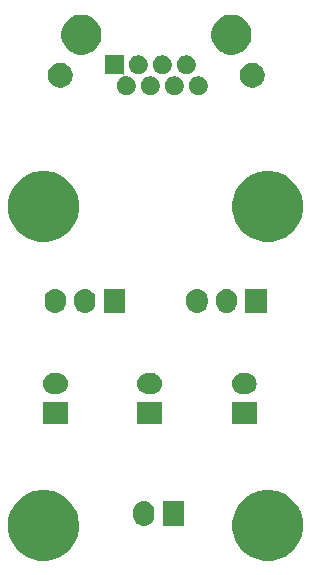
<source format=gbs>
G04 #@! TF.GenerationSoftware,KiCad,Pcbnew,6.0.0-rc1-unknown-73a0cbf~66~ubuntu18.04.1*
G04 #@! TF.CreationDate,2019-02-12T22:26:01+01:00
G04 #@! TF.ProjectId,wcube-head-pcb,77637562-652d-4686-9561-642d7063622e,rev?*
G04 #@! TF.SameCoordinates,Original*
G04 #@! TF.FileFunction,Soldermask,Bot*
G04 #@! TF.FilePolarity,Negative*
%FSLAX46Y46*%
G04 Gerber Fmt 4.6, Leading zero omitted, Abs format (unit mm)*
G04 Created by KiCad (PCBNEW 6.0.0-rc1-unknown-73a0cbf~66~ubuntu18.04.1) date 2019-02-12 22:26:01*
%MOMM*%
%LPD*%
G04 APERTURE LIST*
%ADD10C,0.100000*%
G04 APERTURE END LIST*
D10*
G36*
X187681870Y-94076859D02*
G01*
X187875068Y-94115288D01*
X188421033Y-94341434D01*
X188668378Y-94506705D01*
X188912388Y-94669747D01*
X189330253Y-95087612D01*
X189336674Y-95097222D01*
X189608163Y-95503533D01*
X189658567Y-95578969D01*
X189724803Y-95738878D01*
X189884712Y-96124932D01*
X189898502Y-96194258D01*
X189958615Y-96496466D01*
X190000000Y-96704526D01*
X190000000Y-97295474D01*
X189884712Y-97875068D01*
X189658566Y-98421033D01*
X189330252Y-98912389D01*
X188912389Y-99330252D01*
X188421033Y-99658566D01*
X187875068Y-99884712D01*
X187681870Y-99923141D01*
X187295476Y-100000000D01*
X186704524Y-100000000D01*
X186318130Y-99923141D01*
X186124932Y-99884712D01*
X185578967Y-99658566D01*
X185087611Y-99330252D01*
X184669748Y-98912389D01*
X184341434Y-98421033D01*
X184115288Y-97875068D01*
X184000000Y-97295474D01*
X184000000Y-96704526D01*
X184041386Y-96496466D01*
X184101498Y-96194258D01*
X184115288Y-96124932D01*
X184275197Y-95738878D01*
X184341433Y-95578969D01*
X184391838Y-95503533D01*
X184663326Y-95097222D01*
X184669747Y-95087612D01*
X185087612Y-94669747D01*
X185331622Y-94506705D01*
X185578967Y-94341434D01*
X186124932Y-94115288D01*
X186318130Y-94076859D01*
X186704524Y-94000000D01*
X187295476Y-94000000D01*
X187681870Y-94076859D01*
X187681870Y-94076859D01*
G37*
G36*
X168681870Y-94076859D02*
G01*
X168875068Y-94115288D01*
X169421033Y-94341434D01*
X169668378Y-94506705D01*
X169912388Y-94669747D01*
X170330253Y-95087612D01*
X170336674Y-95097222D01*
X170608163Y-95503533D01*
X170658567Y-95578969D01*
X170724803Y-95738878D01*
X170884712Y-96124932D01*
X170898502Y-96194258D01*
X170958615Y-96496466D01*
X171000000Y-96704526D01*
X171000000Y-97295474D01*
X170884712Y-97875068D01*
X170658566Y-98421033D01*
X170330252Y-98912389D01*
X169912389Y-99330252D01*
X169421033Y-99658566D01*
X168875068Y-99884712D01*
X168681870Y-99923141D01*
X168295476Y-100000000D01*
X167704524Y-100000000D01*
X167318130Y-99923141D01*
X167124932Y-99884712D01*
X166578967Y-99658566D01*
X166087611Y-99330252D01*
X165669748Y-98912389D01*
X165341434Y-98421033D01*
X165115288Y-97875068D01*
X165000000Y-97295474D01*
X165000000Y-96704526D01*
X165041386Y-96496466D01*
X165101498Y-96194258D01*
X165115288Y-96124932D01*
X165275197Y-95738878D01*
X165341433Y-95578969D01*
X165391838Y-95503533D01*
X165663326Y-95097222D01*
X165669747Y-95087612D01*
X166087612Y-94669747D01*
X166331622Y-94506705D01*
X166578967Y-94341434D01*
X167124932Y-94115288D01*
X167318130Y-94076859D01*
X167704524Y-94000000D01*
X168295476Y-94000000D01*
X168681870Y-94076859D01*
X168681870Y-94076859D01*
G37*
G36*
X176676627Y-94962037D02*
G01*
X176846466Y-95013557D01*
X177002991Y-95097222D01*
X177038729Y-95126552D01*
X177140186Y-95209814D01*
X177223448Y-95311271D01*
X177252778Y-95347009D01*
X177336443Y-95503534D01*
X177387963Y-95673374D01*
X177401000Y-95805743D01*
X177401000Y-96194258D01*
X177387963Y-96326627D01*
X177336443Y-96496466D01*
X177252778Y-96652991D01*
X177223448Y-96688729D01*
X177140186Y-96790186D01*
X177002989Y-96902779D01*
X176846467Y-96986442D01*
X176846465Y-96986443D01*
X176676626Y-97037963D01*
X176500000Y-97055359D01*
X176323373Y-97037963D01*
X176153534Y-96986443D01*
X175997009Y-96902778D01*
X175961271Y-96873448D01*
X175859814Y-96790186D01*
X175747221Y-96652989D01*
X175663558Y-96496467D01*
X175663557Y-96496465D01*
X175612037Y-96326626D01*
X175599000Y-96194257D01*
X175599000Y-95805742D01*
X175612037Y-95673373D01*
X175663557Y-95503534D01*
X175747222Y-95347009D01*
X175859815Y-95209815D01*
X175997010Y-95097222D01*
X176153535Y-95013557D01*
X176323374Y-94962037D01*
X176500000Y-94944641D01*
X176676627Y-94962037D01*
X176676627Y-94962037D01*
G37*
G36*
X179901000Y-97051000D02*
G01*
X178099000Y-97051000D01*
X178099000Y-94949000D01*
X179901000Y-94949000D01*
X179901000Y-97051000D01*
X179901000Y-97051000D01*
G37*
G36*
X178051000Y-88401000D02*
G01*
X175949000Y-88401000D01*
X175949000Y-86599000D01*
X178051000Y-86599000D01*
X178051000Y-88401000D01*
X178051000Y-88401000D01*
G37*
G36*
X186051000Y-88401000D02*
G01*
X183949000Y-88401000D01*
X183949000Y-86599000D01*
X186051000Y-86599000D01*
X186051000Y-88401000D01*
X186051000Y-88401000D01*
G37*
G36*
X170051000Y-88401000D02*
G01*
X167949000Y-88401000D01*
X167949000Y-86599000D01*
X170051000Y-86599000D01*
X170051000Y-88401000D01*
X170051000Y-88401000D01*
G37*
G36*
X169260443Y-84105519D02*
G01*
X169326627Y-84112037D01*
X169496466Y-84163557D01*
X169652991Y-84247222D01*
X169688729Y-84276552D01*
X169790186Y-84359814D01*
X169873448Y-84461271D01*
X169902778Y-84497009D01*
X169986443Y-84653534D01*
X170037963Y-84823373D01*
X170055359Y-85000000D01*
X170037963Y-85176627D01*
X169986443Y-85346466D01*
X169902778Y-85502991D01*
X169873448Y-85538729D01*
X169790186Y-85640186D01*
X169688729Y-85723448D01*
X169652991Y-85752778D01*
X169496466Y-85836443D01*
X169326627Y-85887963D01*
X169260443Y-85894481D01*
X169194260Y-85901000D01*
X168805740Y-85901000D01*
X168739557Y-85894481D01*
X168673373Y-85887963D01*
X168503534Y-85836443D01*
X168347009Y-85752778D01*
X168311271Y-85723448D01*
X168209814Y-85640186D01*
X168126552Y-85538729D01*
X168097222Y-85502991D01*
X168013557Y-85346466D01*
X167962037Y-85176627D01*
X167944641Y-85000000D01*
X167962037Y-84823373D01*
X168013557Y-84653534D01*
X168097222Y-84497009D01*
X168126552Y-84461271D01*
X168209814Y-84359814D01*
X168311271Y-84276552D01*
X168347009Y-84247222D01*
X168503534Y-84163557D01*
X168673373Y-84112037D01*
X168739557Y-84105519D01*
X168805740Y-84099000D01*
X169194260Y-84099000D01*
X169260443Y-84105519D01*
X169260443Y-84105519D01*
G37*
G36*
X177260443Y-84105519D02*
G01*
X177326627Y-84112037D01*
X177496466Y-84163557D01*
X177652991Y-84247222D01*
X177688729Y-84276552D01*
X177790186Y-84359814D01*
X177873448Y-84461271D01*
X177902778Y-84497009D01*
X177986443Y-84653534D01*
X178037963Y-84823373D01*
X178055359Y-85000000D01*
X178037963Y-85176627D01*
X177986443Y-85346466D01*
X177902778Y-85502991D01*
X177873448Y-85538729D01*
X177790186Y-85640186D01*
X177688729Y-85723448D01*
X177652991Y-85752778D01*
X177496466Y-85836443D01*
X177326627Y-85887963D01*
X177260443Y-85894481D01*
X177194260Y-85901000D01*
X176805740Y-85901000D01*
X176739557Y-85894481D01*
X176673373Y-85887963D01*
X176503534Y-85836443D01*
X176347009Y-85752778D01*
X176311271Y-85723448D01*
X176209814Y-85640186D01*
X176126552Y-85538729D01*
X176097222Y-85502991D01*
X176013557Y-85346466D01*
X175962037Y-85176627D01*
X175944641Y-85000000D01*
X175962037Y-84823373D01*
X176013557Y-84653534D01*
X176097222Y-84497009D01*
X176126552Y-84461271D01*
X176209814Y-84359814D01*
X176311271Y-84276552D01*
X176347009Y-84247222D01*
X176503534Y-84163557D01*
X176673373Y-84112037D01*
X176739557Y-84105519D01*
X176805740Y-84099000D01*
X177194260Y-84099000D01*
X177260443Y-84105519D01*
X177260443Y-84105519D01*
G37*
G36*
X185260443Y-84105519D02*
G01*
X185326627Y-84112037D01*
X185496466Y-84163557D01*
X185652991Y-84247222D01*
X185688729Y-84276552D01*
X185790186Y-84359814D01*
X185873448Y-84461271D01*
X185902778Y-84497009D01*
X185986443Y-84653534D01*
X186037963Y-84823373D01*
X186055359Y-85000000D01*
X186037963Y-85176627D01*
X185986443Y-85346466D01*
X185902778Y-85502991D01*
X185873448Y-85538729D01*
X185790186Y-85640186D01*
X185688729Y-85723448D01*
X185652991Y-85752778D01*
X185496466Y-85836443D01*
X185326627Y-85887963D01*
X185260443Y-85894481D01*
X185194260Y-85901000D01*
X184805740Y-85901000D01*
X184739557Y-85894481D01*
X184673373Y-85887963D01*
X184503534Y-85836443D01*
X184347009Y-85752778D01*
X184311271Y-85723448D01*
X184209814Y-85640186D01*
X184126552Y-85538729D01*
X184097222Y-85502991D01*
X184013557Y-85346466D01*
X183962037Y-85176627D01*
X183944641Y-85000000D01*
X183962037Y-84823373D01*
X184013557Y-84653534D01*
X184097222Y-84497009D01*
X184126552Y-84461271D01*
X184209814Y-84359814D01*
X184311271Y-84276552D01*
X184347009Y-84247222D01*
X184503534Y-84163557D01*
X184673373Y-84112037D01*
X184739557Y-84105519D01*
X184805740Y-84099000D01*
X185194260Y-84099000D01*
X185260443Y-84105519D01*
X185260443Y-84105519D01*
G37*
G36*
X183676627Y-76987037D02*
G01*
X183846466Y-77038557D01*
X184002991Y-77122222D01*
X184038729Y-77151552D01*
X184140186Y-77234814D01*
X184223448Y-77336271D01*
X184252778Y-77372009D01*
X184336443Y-77528534D01*
X184387963Y-77698374D01*
X184401000Y-77830743D01*
X184401000Y-78169258D01*
X184387963Y-78301627D01*
X184336443Y-78471466D01*
X184252778Y-78627991D01*
X184223448Y-78663729D01*
X184140186Y-78765186D01*
X184002989Y-78877779D01*
X183846467Y-78961442D01*
X183846465Y-78961443D01*
X183676626Y-79012963D01*
X183500000Y-79030359D01*
X183323373Y-79012963D01*
X183153534Y-78961443D01*
X182997009Y-78877778D01*
X182961271Y-78848448D01*
X182859814Y-78765186D01*
X182747221Y-78627989D01*
X182663558Y-78471467D01*
X182663557Y-78471465D01*
X182612037Y-78301626D01*
X182599000Y-78169257D01*
X182599000Y-77830742D01*
X182612037Y-77698373D01*
X182663557Y-77528534D01*
X182747222Y-77372009D01*
X182859815Y-77234815D01*
X182997010Y-77122222D01*
X183153535Y-77038557D01*
X183323374Y-76987037D01*
X183500000Y-76969641D01*
X183676627Y-76987037D01*
X183676627Y-76987037D01*
G37*
G36*
X181176627Y-76987037D02*
G01*
X181346466Y-77038557D01*
X181502991Y-77122222D01*
X181538729Y-77151552D01*
X181640186Y-77234814D01*
X181723448Y-77336271D01*
X181752778Y-77372009D01*
X181836443Y-77528534D01*
X181887963Y-77698374D01*
X181901000Y-77830743D01*
X181901000Y-78169258D01*
X181887963Y-78301627D01*
X181836443Y-78471466D01*
X181752778Y-78627991D01*
X181723448Y-78663729D01*
X181640186Y-78765186D01*
X181502989Y-78877779D01*
X181346467Y-78961442D01*
X181346465Y-78961443D01*
X181176626Y-79012963D01*
X181000000Y-79030359D01*
X180823373Y-79012963D01*
X180653534Y-78961443D01*
X180497009Y-78877778D01*
X180461271Y-78848448D01*
X180359814Y-78765186D01*
X180247221Y-78627989D01*
X180163558Y-78471467D01*
X180163557Y-78471465D01*
X180112037Y-78301626D01*
X180099000Y-78169257D01*
X180099000Y-77830742D01*
X180112037Y-77698373D01*
X180163557Y-77528534D01*
X180247222Y-77372009D01*
X180359815Y-77234815D01*
X180497010Y-77122222D01*
X180653535Y-77038557D01*
X180823374Y-76987037D01*
X181000000Y-76969641D01*
X181176627Y-76987037D01*
X181176627Y-76987037D01*
G37*
G36*
X171676627Y-76987037D02*
G01*
X171846466Y-77038557D01*
X172002991Y-77122222D01*
X172038729Y-77151552D01*
X172140186Y-77234814D01*
X172223448Y-77336271D01*
X172252778Y-77372009D01*
X172336443Y-77528534D01*
X172387963Y-77698374D01*
X172401000Y-77830743D01*
X172401000Y-78169258D01*
X172387963Y-78301627D01*
X172336443Y-78471466D01*
X172252778Y-78627991D01*
X172223448Y-78663729D01*
X172140186Y-78765186D01*
X172002989Y-78877779D01*
X171846467Y-78961442D01*
X171846465Y-78961443D01*
X171676626Y-79012963D01*
X171500000Y-79030359D01*
X171323373Y-79012963D01*
X171153534Y-78961443D01*
X170997009Y-78877778D01*
X170961271Y-78848448D01*
X170859814Y-78765186D01*
X170747221Y-78627989D01*
X170663558Y-78471467D01*
X170663557Y-78471465D01*
X170612037Y-78301626D01*
X170599000Y-78169257D01*
X170599000Y-77830742D01*
X170612037Y-77698373D01*
X170663557Y-77528534D01*
X170747222Y-77372009D01*
X170859815Y-77234815D01*
X170997010Y-77122222D01*
X171153535Y-77038557D01*
X171323374Y-76987037D01*
X171500000Y-76969641D01*
X171676627Y-76987037D01*
X171676627Y-76987037D01*
G37*
G36*
X169176627Y-76987037D02*
G01*
X169346466Y-77038557D01*
X169502991Y-77122222D01*
X169538729Y-77151552D01*
X169640186Y-77234814D01*
X169723448Y-77336271D01*
X169752778Y-77372009D01*
X169836443Y-77528534D01*
X169887963Y-77698374D01*
X169901000Y-77830743D01*
X169901000Y-78169258D01*
X169887963Y-78301627D01*
X169836443Y-78471466D01*
X169752778Y-78627991D01*
X169723448Y-78663729D01*
X169640186Y-78765186D01*
X169502989Y-78877779D01*
X169346467Y-78961442D01*
X169346465Y-78961443D01*
X169176626Y-79012963D01*
X169000000Y-79030359D01*
X168823373Y-79012963D01*
X168653534Y-78961443D01*
X168497009Y-78877778D01*
X168461271Y-78848448D01*
X168359814Y-78765186D01*
X168247221Y-78627989D01*
X168163558Y-78471467D01*
X168163557Y-78471465D01*
X168112037Y-78301626D01*
X168099000Y-78169257D01*
X168099000Y-77830742D01*
X168112037Y-77698373D01*
X168163557Y-77528534D01*
X168247222Y-77372009D01*
X168359815Y-77234815D01*
X168497010Y-77122222D01*
X168653535Y-77038557D01*
X168823374Y-76987037D01*
X169000000Y-76969641D01*
X169176627Y-76987037D01*
X169176627Y-76987037D01*
G37*
G36*
X174901000Y-79026000D02*
G01*
X173099000Y-79026000D01*
X173099000Y-76974000D01*
X174901000Y-76974000D01*
X174901000Y-79026000D01*
X174901000Y-79026000D01*
G37*
G36*
X186901000Y-79026000D02*
G01*
X185099000Y-79026000D01*
X185099000Y-76974000D01*
X186901000Y-76974000D01*
X186901000Y-79026000D01*
X186901000Y-79026000D01*
G37*
G36*
X187681870Y-67076859D02*
G01*
X187875068Y-67115288D01*
X188421033Y-67341434D01*
X188912389Y-67669748D01*
X189330252Y-68087611D01*
X189658566Y-68578967D01*
X189884712Y-69124932D01*
X190000000Y-69704526D01*
X190000000Y-70295474D01*
X189884712Y-70875068D01*
X189658566Y-71421033D01*
X189330252Y-71912389D01*
X188912389Y-72330252D01*
X188421033Y-72658566D01*
X187875068Y-72884712D01*
X187681870Y-72923141D01*
X187295476Y-73000000D01*
X186704524Y-73000000D01*
X186318130Y-72923141D01*
X186124932Y-72884712D01*
X185578967Y-72658566D01*
X185087611Y-72330252D01*
X184669748Y-71912389D01*
X184341434Y-71421033D01*
X184115288Y-70875068D01*
X184000000Y-70295474D01*
X184000000Y-69704526D01*
X184115288Y-69124932D01*
X184341434Y-68578967D01*
X184669748Y-68087611D01*
X185087611Y-67669748D01*
X185578967Y-67341434D01*
X186124932Y-67115288D01*
X186318130Y-67076859D01*
X186704524Y-67000000D01*
X187295476Y-67000000D01*
X187681870Y-67076859D01*
X187681870Y-67076859D01*
G37*
G36*
X168681870Y-67076859D02*
G01*
X168875068Y-67115288D01*
X169421033Y-67341434D01*
X169912389Y-67669748D01*
X170330252Y-68087611D01*
X170658566Y-68578967D01*
X170884712Y-69124932D01*
X171000000Y-69704526D01*
X171000000Y-70295474D01*
X170884712Y-70875068D01*
X170658566Y-71421033D01*
X170330252Y-71912389D01*
X169912389Y-72330252D01*
X169421033Y-72658566D01*
X168875068Y-72884712D01*
X168681870Y-72923141D01*
X168295476Y-73000000D01*
X167704524Y-73000000D01*
X167318130Y-72923141D01*
X167124932Y-72884712D01*
X166578967Y-72658566D01*
X166087611Y-72330252D01*
X165669748Y-71912389D01*
X165341434Y-71421033D01*
X165115288Y-70875068D01*
X165000000Y-70295474D01*
X165000000Y-69704526D01*
X165115288Y-69124932D01*
X165341434Y-68578967D01*
X165669748Y-68087611D01*
X166087611Y-67669748D01*
X166578967Y-67341434D01*
X167124932Y-67115288D01*
X167318130Y-67076859D01*
X167704524Y-67000000D01*
X168295476Y-67000000D01*
X168681870Y-67076859D01*
X168681870Y-67076859D01*
G37*
G36*
X174801000Y-58854558D02*
G01*
X174803402Y-58878944D01*
X174810515Y-58902393D01*
X174822066Y-58924004D01*
X174837611Y-58942946D01*
X174856553Y-58958491D01*
X174878164Y-58970042D01*
X174901613Y-58977155D01*
X174925999Y-58979557D01*
X174931649Y-58979000D01*
X175098893Y-58979000D01*
X175253642Y-59009781D01*
X175399414Y-59070162D01*
X175399416Y-59070163D01*
X175530608Y-59157822D01*
X175642178Y-59269392D01*
X175721317Y-59387833D01*
X175729838Y-59400586D01*
X175790219Y-59546358D01*
X175821000Y-59701107D01*
X175821000Y-59858893D01*
X175790219Y-60013642D01*
X175729838Y-60159414D01*
X175729837Y-60159416D01*
X175642178Y-60290608D01*
X175530608Y-60402178D01*
X175399416Y-60489837D01*
X175399415Y-60489838D01*
X175399414Y-60489838D01*
X175253642Y-60550219D01*
X175098893Y-60581000D01*
X174941107Y-60581000D01*
X174786358Y-60550219D01*
X174640586Y-60489838D01*
X174640585Y-60489838D01*
X174640584Y-60489837D01*
X174509392Y-60402178D01*
X174397822Y-60290608D01*
X174310163Y-60159416D01*
X174310162Y-60159414D01*
X174249781Y-60013642D01*
X174219000Y-59858893D01*
X174219000Y-59701107D01*
X174249781Y-59546358D01*
X174310162Y-59400586D01*
X174318683Y-59387833D01*
X174397822Y-59269392D01*
X174509392Y-59157822D01*
X174640584Y-59070163D01*
X174640586Y-59070162D01*
X174709823Y-59041483D01*
X174731434Y-59029932D01*
X174750376Y-59014387D01*
X174765921Y-58995445D01*
X174777472Y-58973834D01*
X174784585Y-58950385D01*
X174786987Y-58925999D01*
X174784585Y-58901613D01*
X174777472Y-58878164D01*
X174765921Y-58856553D01*
X174750376Y-58837611D01*
X174731434Y-58822066D01*
X174709823Y-58810515D01*
X174686374Y-58803402D01*
X174661988Y-58801000D01*
X173199000Y-58801000D01*
X173199000Y-57199000D01*
X174801000Y-57199000D01*
X174801000Y-58854558D01*
X174801000Y-58854558D01*
G37*
G36*
X181343642Y-59009781D02*
G01*
X181489414Y-59070162D01*
X181489416Y-59070163D01*
X181620608Y-59157822D01*
X181732178Y-59269392D01*
X181811317Y-59387833D01*
X181819838Y-59400586D01*
X181880219Y-59546358D01*
X181911000Y-59701107D01*
X181911000Y-59858893D01*
X181880219Y-60013642D01*
X181819838Y-60159414D01*
X181819837Y-60159416D01*
X181732178Y-60290608D01*
X181620608Y-60402178D01*
X181489416Y-60489837D01*
X181489415Y-60489838D01*
X181489414Y-60489838D01*
X181343642Y-60550219D01*
X181188893Y-60581000D01*
X181031107Y-60581000D01*
X180876358Y-60550219D01*
X180730586Y-60489838D01*
X180730585Y-60489838D01*
X180730584Y-60489837D01*
X180599392Y-60402178D01*
X180487822Y-60290608D01*
X180400163Y-60159416D01*
X180400162Y-60159414D01*
X180339781Y-60013642D01*
X180309000Y-59858893D01*
X180309000Y-59701107D01*
X180339781Y-59546358D01*
X180400162Y-59400586D01*
X180408683Y-59387833D01*
X180487822Y-59269392D01*
X180599392Y-59157822D01*
X180730584Y-59070163D01*
X180730586Y-59070162D01*
X180876358Y-59009781D01*
X181031107Y-58979000D01*
X181188893Y-58979000D01*
X181343642Y-59009781D01*
X181343642Y-59009781D01*
G37*
G36*
X179313642Y-59009781D02*
G01*
X179459414Y-59070162D01*
X179459416Y-59070163D01*
X179590608Y-59157822D01*
X179702178Y-59269392D01*
X179781317Y-59387833D01*
X179789838Y-59400586D01*
X179850219Y-59546358D01*
X179881000Y-59701107D01*
X179881000Y-59858893D01*
X179850219Y-60013642D01*
X179789838Y-60159414D01*
X179789837Y-60159416D01*
X179702178Y-60290608D01*
X179590608Y-60402178D01*
X179459416Y-60489837D01*
X179459415Y-60489838D01*
X179459414Y-60489838D01*
X179313642Y-60550219D01*
X179158893Y-60581000D01*
X179001107Y-60581000D01*
X178846358Y-60550219D01*
X178700586Y-60489838D01*
X178700585Y-60489838D01*
X178700584Y-60489837D01*
X178569392Y-60402178D01*
X178457822Y-60290608D01*
X178370163Y-60159416D01*
X178370162Y-60159414D01*
X178309781Y-60013642D01*
X178279000Y-59858893D01*
X178279000Y-59701107D01*
X178309781Y-59546358D01*
X178370162Y-59400586D01*
X178378683Y-59387833D01*
X178457822Y-59269392D01*
X178569392Y-59157822D01*
X178700584Y-59070163D01*
X178700586Y-59070162D01*
X178846358Y-59009781D01*
X179001107Y-58979000D01*
X179158893Y-58979000D01*
X179313642Y-59009781D01*
X179313642Y-59009781D01*
G37*
G36*
X177283642Y-59009781D02*
G01*
X177429414Y-59070162D01*
X177429416Y-59070163D01*
X177560608Y-59157822D01*
X177672178Y-59269392D01*
X177751317Y-59387833D01*
X177759838Y-59400586D01*
X177820219Y-59546358D01*
X177851000Y-59701107D01*
X177851000Y-59858893D01*
X177820219Y-60013642D01*
X177759838Y-60159414D01*
X177759837Y-60159416D01*
X177672178Y-60290608D01*
X177560608Y-60402178D01*
X177429416Y-60489837D01*
X177429415Y-60489838D01*
X177429414Y-60489838D01*
X177283642Y-60550219D01*
X177128893Y-60581000D01*
X176971107Y-60581000D01*
X176816358Y-60550219D01*
X176670586Y-60489838D01*
X176670585Y-60489838D01*
X176670584Y-60489837D01*
X176539392Y-60402178D01*
X176427822Y-60290608D01*
X176340163Y-60159416D01*
X176340162Y-60159414D01*
X176279781Y-60013642D01*
X176249000Y-59858893D01*
X176249000Y-59701107D01*
X176279781Y-59546358D01*
X176340162Y-59400586D01*
X176348683Y-59387833D01*
X176427822Y-59269392D01*
X176539392Y-59157822D01*
X176670584Y-59070163D01*
X176670586Y-59070162D01*
X176816358Y-59009781D01*
X176971107Y-58979000D01*
X177128893Y-58979000D01*
X177283642Y-59009781D01*
X177283642Y-59009781D01*
G37*
G36*
X169736564Y-57879389D02*
G01*
X169927833Y-57958615D01*
X169927835Y-57958616D01*
X170099973Y-58073635D01*
X170246365Y-58220027D01*
X170361385Y-58392167D01*
X170440611Y-58583436D01*
X170481000Y-58786484D01*
X170481000Y-58993516D01*
X170440611Y-59196564D01*
X170410444Y-59269393D01*
X170361384Y-59387835D01*
X170246365Y-59559973D01*
X170099973Y-59706365D01*
X169927835Y-59821384D01*
X169927834Y-59821385D01*
X169927833Y-59821385D01*
X169736564Y-59900611D01*
X169533516Y-59941000D01*
X169326484Y-59941000D01*
X169123436Y-59900611D01*
X168932167Y-59821385D01*
X168932166Y-59821385D01*
X168932165Y-59821384D01*
X168760027Y-59706365D01*
X168613635Y-59559973D01*
X168498616Y-59387835D01*
X168449556Y-59269393D01*
X168419389Y-59196564D01*
X168379000Y-58993516D01*
X168379000Y-58786484D01*
X168419389Y-58583436D01*
X168498615Y-58392167D01*
X168613635Y-58220027D01*
X168760027Y-58073635D01*
X168932165Y-57958616D01*
X168932167Y-57958615D01*
X169123436Y-57879389D01*
X169326484Y-57839000D01*
X169533516Y-57839000D01*
X169736564Y-57879389D01*
X169736564Y-57879389D01*
G37*
G36*
X185986564Y-57879389D02*
G01*
X186177833Y-57958615D01*
X186177835Y-57958616D01*
X186349973Y-58073635D01*
X186496365Y-58220027D01*
X186611385Y-58392167D01*
X186690611Y-58583436D01*
X186731000Y-58786484D01*
X186731000Y-58993516D01*
X186690611Y-59196564D01*
X186660444Y-59269393D01*
X186611384Y-59387835D01*
X186496365Y-59559973D01*
X186349973Y-59706365D01*
X186177835Y-59821384D01*
X186177834Y-59821385D01*
X186177833Y-59821385D01*
X185986564Y-59900611D01*
X185783516Y-59941000D01*
X185576484Y-59941000D01*
X185373436Y-59900611D01*
X185182167Y-59821385D01*
X185182166Y-59821385D01*
X185182165Y-59821384D01*
X185010027Y-59706365D01*
X184863635Y-59559973D01*
X184748616Y-59387835D01*
X184699556Y-59269393D01*
X184669389Y-59196564D01*
X184629000Y-58993516D01*
X184629000Y-58786484D01*
X184669389Y-58583436D01*
X184748615Y-58392167D01*
X184863635Y-58220027D01*
X185010027Y-58073635D01*
X185182165Y-57958616D01*
X185182167Y-57958615D01*
X185373436Y-57879389D01*
X185576484Y-57839000D01*
X185783516Y-57839000D01*
X185986564Y-57879389D01*
X185986564Y-57879389D01*
G37*
G36*
X180333642Y-57229781D02*
G01*
X180479414Y-57290162D01*
X180479416Y-57290163D01*
X180610608Y-57377822D01*
X180722178Y-57489392D01*
X180809837Y-57620584D01*
X180809838Y-57620586D01*
X180870219Y-57766358D01*
X180901000Y-57921107D01*
X180901000Y-58078893D01*
X180870219Y-58233642D01*
X180809838Y-58379414D01*
X180809837Y-58379416D01*
X180722178Y-58510608D01*
X180610608Y-58622178D01*
X180479416Y-58709837D01*
X180479415Y-58709838D01*
X180479414Y-58709838D01*
X180333642Y-58770219D01*
X180178893Y-58801000D01*
X180021107Y-58801000D01*
X179866358Y-58770219D01*
X179720586Y-58709838D01*
X179720585Y-58709838D01*
X179720584Y-58709837D01*
X179589392Y-58622178D01*
X179477822Y-58510608D01*
X179390163Y-58379416D01*
X179390162Y-58379414D01*
X179329781Y-58233642D01*
X179299000Y-58078893D01*
X179299000Y-57921107D01*
X179329781Y-57766358D01*
X179390162Y-57620586D01*
X179390163Y-57620584D01*
X179477822Y-57489392D01*
X179589392Y-57377822D01*
X179720584Y-57290163D01*
X179720586Y-57290162D01*
X179866358Y-57229781D01*
X180021107Y-57199000D01*
X180178893Y-57199000D01*
X180333642Y-57229781D01*
X180333642Y-57229781D01*
G37*
G36*
X176263642Y-57229781D02*
G01*
X176409414Y-57290162D01*
X176409416Y-57290163D01*
X176540608Y-57377822D01*
X176652178Y-57489392D01*
X176739837Y-57620584D01*
X176739838Y-57620586D01*
X176800219Y-57766358D01*
X176831000Y-57921107D01*
X176831000Y-58078893D01*
X176800219Y-58233642D01*
X176739838Y-58379414D01*
X176739837Y-58379416D01*
X176652178Y-58510608D01*
X176540608Y-58622178D01*
X176409416Y-58709837D01*
X176409415Y-58709838D01*
X176409414Y-58709838D01*
X176263642Y-58770219D01*
X176108893Y-58801000D01*
X175951107Y-58801000D01*
X175796358Y-58770219D01*
X175650586Y-58709838D01*
X175650585Y-58709838D01*
X175650584Y-58709837D01*
X175519392Y-58622178D01*
X175407822Y-58510608D01*
X175320163Y-58379416D01*
X175320162Y-58379414D01*
X175259781Y-58233642D01*
X175229000Y-58078893D01*
X175229000Y-57921107D01*
X175259781Y-57766358D01*
X175320162Y-57620586D01*
X175320163Y-57620584D01*
X175407822Y-57489392D01*
X175519392Y-57377822D01*
X175650584Y-57290163D01*
X175650586Y-57290162D01*
X175796358Y-57229781D01*
X175951107Y-57199000D01*
X176108893Y-57199000D01*
X176263642Y-57229781D01*
X176263642Y-57229781D01*
G37*
G36*
X178293642Y-57229781D02*
G01*
X178439414Y-57290162D01*
X178439416Y-57290163D01*
X178570608Y-57377822D01*
X178682178Y-57489392D01*
X178769837Y-57620584D01*
X178769838Y-57620586D01*
X178830219Y-57766358D01*
X178861000Y-57921107D01*
X178861000Y-58078893D01*
X178830219Y-58233642D01*
X178769838Y-58379414D01*
X178769837Y-58379416D01*
X178682178Y-58510608D01*
X178570608Y-58622178D01*
X178439416Y-58709837D01*
X178439415Y-58709838D01*
X178439414Y-58709838D01*
X178293642Y-58770219D01*
X178138893Y-58801000D01*
X177981107Y-58801000D01*
X177826358Y-58770219D01*
X177680586Y-58709838D01*
X177680585Y-58709838D01*
X177680584Y-58709837D01*
X177549392Y-58622178D01*
X177437822Y-58510608D01*
X177350163Y-58379416D01*
X177350162Y-58379414D01*
X177289781Y-58233642D01*
X177259000Y-58078893D01*
X177259000Y-57921107D01*
X177289781Y-57766358D01*
X177350162Y-57620586D01*
X177350163Y-57620584D01*
X177437822Y-57489392D01*
X177549392Y-57377822D01*
X177680584Y-57290163D01*
X177680586Y-57290162D01*
X177826358Y-57229781D01*
X177981107Y-57199000D01*
X178138893Y-57199000D01*
X178293642Y-57229781D01*
X178293642Y-57229781D01*
G37*
G36*
X184406162Y-53824368D02*
G01*
X184715724Y-53952593D01*
X184715725Y-53952594D01*
X184994324Y-54138747D01*
X185231253Y-54375676D01*
X185355637Y-54561830D01*
X185417407Y-54654276D01*
X185545632Y-54963838D01*
X185611000Y-55292465D01*
X185611000Y-55627535D01*
X185545632Y-55956162D01*
X185417407Y-56265724D01*
X185417406Y-56265725D01*
X185231253Y-56544324D01*
X184994324Y-56781253D01*
X184808170Y-56905637D01*
X184715724Y-56967407D01*
X184406162Y-57095632D01*
X184077535Y-57161000D01*
X183742465Y-57161000D01*
X183413838Y-57095632D01*
X183104276Y-56967407D01*
X183011830Y-56905637D01*
X182825676Y-56781253D01*
X182588747Y-56544324D01*
X182402594Y-56265725D01*
X182402593Y-56265724D01*
X182274368Y-55956162D01*
X182209000Y-55627535D01*
X182209000Y-55292465D01*
X182274368Y-54963838D01*
X182402593Y-54654276D01*
X182464363Y-54561830D01*
X182588747Y-54375676D01*
X182825676Y-54138747D01*
X183104275Y-53952594D01*
X183104276Y-53952593D01*
X183413838Y-53824368D01*
X183742465Y-53759000D01*
X184077535Y-53759000D01*
X184406162Y-53824368D01*
X184406162Y-53824368D01*
G37*
G36*
X171706162Y-53824368D02*
G01*
X172015724Y-53952593D01*
X172015725Y-53952594D01*
X172294324Y-54138747D01*
X172531253Y-54375676D01*
X172655637Y-54561830D01*
X172717407Y-54654276D01*
X172845632Y-54963838D01*
X172911000Y-55292465D01*
X172911000Y-55627535D01*
X172845632Y-55956162D01*
X172717407Y-56265724D01*
X172717406Y-56265725D01*
X172531253Y-56544324D01*
X172294324Y-56781253D01*
X172108170Y-56905637D01*
X172015724Y-56967407D01*
X171706162Y-57095632D01*
X171377535Y-57161000D01*
X171042465Y-57161000D01*
X170713838Y-57095632D01*
X170404276Y-56967407D01*
X170311830Y-56905637D01*
X170125676Y-56781253D01*
X169888747Y-56544324D01*
X169702594Y-56265725D01*
X169702593Y-56265724D01*
X169574368Y-55956162D01*
X169509000Y-55627535D01*
X169509000Y-55292465D01*
X169574368Y-54963838D01*
X169702593Y-54654276D01*
X169764363Y-54561830D01*
X169888747Y-54375676D01*
X170125676Y-54138747D01*
X170404275Y-53952594D01*
X170404276Y-53952593D01*
X170713838Y-53824368D01*
X171042465Y-53759000D01*
X171377535Y-53759000D01*
X171706162Y-53824368D01*
X171706162Y-53824368D01*
G37*
M02*

</source>
